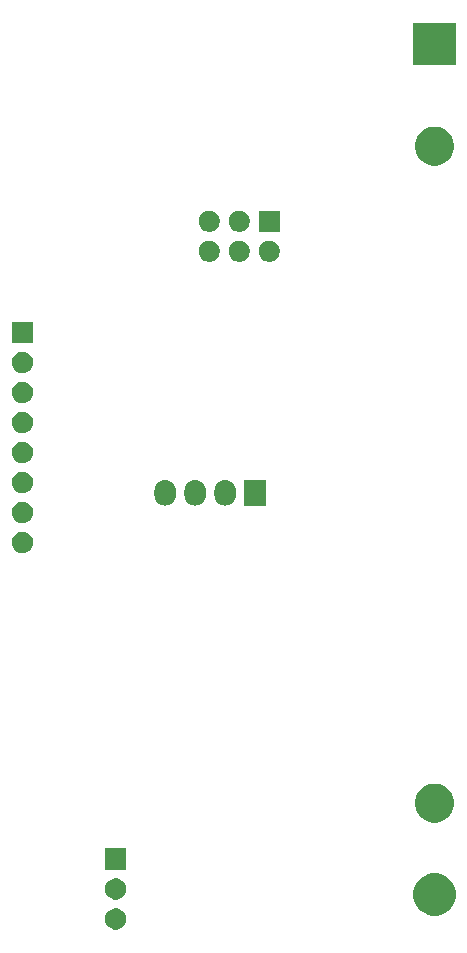
<source format=gbr>
G04 #@! TF.GenerationSoftware,KiCad,Pcbnew,5.1.5-1.fc30*
G04 #@! TF.CreationDate,2020-09-01T08:29:50+02:00*
G04 #@! TF.ProjectId,BeaconTemperature,42656163-6f6e-4546-956d-706572617475,rev?*
G04 #@! TF.SameCoordinates,Original*
G04 #@! TF.FileFunction,Soldermask,Bot*
G04 #@! TF.FilePolarity,Negative*
%FSLAX46Y46*%
G04 Gerber Fmt 4.6, Leading zero omitted, Abs format (unit mm)*
G04 Created by KiCad (PCBNEW 5.1.5-1.fc30) date 2020-09-01 08:29:50*
%MOMM*%
%LPD*%
G04 APERTURE LIST*
%ADD10C,0.100000*%
G04 APERTURE END LIST*
D10*
G36*
X127113512Y-92183927D02*
G01*
X127262812Y-92213624D01*
X127426784Y-92281544D01*
X127574354Y-92380147D01*
X127699853Y-92505646D01*
X127798456Y-92653216D01*
X127866376Y-92817188D01*
X127901000Y-92991259D01*
X127901000Y-93168741D01*
X127866376Y-93342812D01*
X127798456Y-93506784D01*
X127699853Y-93654354D01*
X127574354Y-93779853D01*
X127426784Y-93878456D01*
X127262812Y-93946376D01*
X127113512Y-93976073D01*
X127088742Y-93981000D01*
X126911258Y-93981000D01*
X126886488Y-93976073D01*
X126737188Y-93946376D01*
X126573216Y-93878456D01*
X126425646Y-93779853D01*
X126300147Y-93654354D01*
X126201544Y-93506784D01*
X126133624Y-93342812D01*
X126099000Y-93168741D01*
X126099000Y-92991259D01*
X126133624Y-92817188D01*
X126201544Y-92653216D01*
X126300147Y-92505646D01*
X126425646Y-92380147D01*
X126573216Y-92281544D01*
X126737188Y-92213624D01*
X126886488Y-92183927D01*
X126911258Y-92179000D01*
X127088742Y-92179000D01*
X127113512Y-92183927D01*
G37*
G36*
X154525331Y-89268211D02*
G01*
X154853092Y-89403974D01*
X155148070Y-89601072D01*
X155398928Y-89851930D01*
X155596026Y-90146908D01*
X155731789Y-90474669D01*
X155801000Y-90822616D01*
X155801000Y-91177384D01*
X155731789Y-91525331D01*
X155596026Y-91853092D01*
X155398928Y-92148070D01*
X155148070Y-92398928D01*
X154853092Y-92596026D01*
X154525331Y-92731789D01*
X154177384Y-92801000D01*
X153822616Y-92801000D01*
X153474669Y-92731789D01*
X153146908Y-92596026D01*
X152851930Y-92398928D01*
X152601072Y-92148070D01*
X152403974Y-91853092D01*
X152268211Y-91525331D01*
X152199000Y-91177384D01*
X152199000Y-90822616D01*
X152268211Y-90474669D01*
X152403974Y-90146908D01*
X152601072Y-89851930D01*
X152851930Y-89601072D01*
X153146908Y-89403974D01*
X153474669Y-89268211D01*
X153822616Y-89199000D01*
X154177384Y-89199000D01*
X154525331Y-89268211D01*
G37*
G36*
X127113512Y-89643927D02*
G01*
X127262812Y-89673624D01*
X127426784Y-89741544D01*
X127574354Y-89840147D01*
X127699853Y-89965646D01*
X127798456Y-90113216D01*
X127866376Y-90277188D01*
X127901000Y-90451259D01*
X127901000Y-90628741D01*
X127866376Y-90802812D01*
X127798456Y-90966784D01*
X127699853Y-91114354D01*
X127574354Y-91239853D01*
X127426784Y-91338456D01*
X127262812Y-91406376D01*
X127113512Y-91436073D01*
X127088742Y-91441000D01*
X126911258Y-91441000D01*
X126886488Y-91436073D01*
X126737188Y-91406376D01*
X126573216Y-91338456D01*
X126425646Y-91239853D01*
X126300147Y-91114354D01*
X126201544Y-90966784D01*
X126133624Y-90802812D01*
X126099000Y-90628741D01*
X126099000Y-90451259D01*
X126133624Y-90277188D01*
X126201544Y-90113216D01*
X126300147Y-89965646D01*
X126425646Y-89840147D01*
X126573216Y-89741544D01*
X126737188Y-89673624D01*
X126886488Y-89643927D01*
X126911258Y-89639000D01*
X127088742Y-89639000D01*
X127113512Y-89643927D01*
G37*
G36*
X127901000Y-88901000D02*
G01*
X126099000Y-88901000D01*
X126099000Y-87099000D01*
X127901000Y-87099000D01*
X127901000Y-88901000D01*
G37*
G36*
X154375256Y-81646298D02*
G01*
X154481579Y-81667447D01*
X154782042Y-81791903D01*
X155052451Y-81972585D01*
X155282415Y-82202549D01*
X155463097Y-82472958D01*
X155587553Y-82773421D01*
X155651000Y-83092391D01*
X155651000Y-83417609D01*
X155587553Y-83736579D01*
X155463097Y-84037042D01*
X155282415Y-84307451D01*
X155052451Y-84537415D01*
X154782042Y-84718097D01*
X154481579Y-84842553D01*
X154375256Y-84863702D01*
X154162611Y-84906000D01*
X153837389Y-84906000D01*
X153624744Y-84863702D01*
X153518421Y-84842553D01*
X153217958Y-84718097D01*
X152947549Y-84537415D01*
X152717585Y-84307451D01*
X152536903Y-84037042D01*
X152412447Y-83736579D01*
X152349000Y-83417609D01*
X152349000Y-83092391D01*
X152412447Y-82773421D01*
X152536903Y-82472958D01*
X152717585Y-82202549D01*
X152947549Y-81972585D01*
X153217958Y-81791903D01*
X153518421Y-81667447D01*
X153624744Y-81646298D01*
X153837389Y-81604000D01*
X154162611Y-81604000D01*
X154375256Y-81646298D01*
G37*
G36*
X119213512Y-60283927D02*
G01*
X119362812Y-60313624D01*
X119526784Y-60381544D01*
X119674354Y-60480147D01*
X119799853Y-60605646D01*
X119898456Y-60753216D01*
X119966376Y-60917188D01*
X120001000Y-61091259D01*
X120001000Y-61268741D01*
X119966376Y-61442812D01*
X119898456Y-61606784D01*
X119799853Y-61754354D01*
X119674354Y-61879853D01*
X119526784Y-61978456D01*
X119362812Y-62046376D01*
X119213512Y-62076073D01*
X119188742Y-62081000D01*
X119011258Y-62081000D01*
X118986488Y-62076073D01*
X118837188Y-62046376D01*
X118673216Y-61978456D01*
X118525646Y-61879853D01*
X118400147Y-61754354D01*
X118301544Y-61606784D01*
X118233624Y-61442812D01*
X118199000Y-61268741D01*
X118199000Y-61091259D01*
X118233624Y-60917188D01*
X118301544Y-60753216D01*
X118400147Y-60605646D01*
X118525646Y-60480147D01*
X118673216Y-60381544D01*
X118837188Y-60313624D01*
X118986488Y-60283927D01*
X119011258Y-60279000D01*
X119188742Y-60279000D01*
X119213512Y-60283927D01*
G37*
G36*
X119213512Y-57743927D02*
G01*
X119362812Y-57773624D01*
X119526784Y-57841544D01*
X119674354Y-57940147D01*
X119799853Y-58065646D01*
X119898456Y-58213216D01*
X119966376Y-58377188D01*
X120001000Y-58551259D01*
X120001000Y-58728741D01*
X119966376Y-58902812D01*
X119898456Y-59066784D01*
X119799853Y-59214354D01*
X119674354Y-59339853D01*
X119526784Y-59438456D01*
X119362812Y-59506376D01*
X119213512Y-59536073D01*
X119188742Y-59541000D01*
X119011258Y-59541000D01*
X118986488Y-59536073D01*
X118837188Y-59506376D01*
X118673216Y-59438456D01*
X118525646Y-59339853D01*
X118400147Y-59214354D01*
X118301544Y-59066784D01*
X118233624Y-58902812D01*
X118199000Y-58728741D01*
X118199000Y-58551259D01*
X118233624Y-58377188D01*
X118301544Y-58213216D01*
X118400147Y-58065646D01*
X118525646Y-57940147D01*
X118673216Y-57841544D01*
X118837188Y-57773624D01*
X118986488Y-57743927D01*
X119011258Y-57739000D01*
X119188742Y-57739000D01*
X119213512Y-57743927D01*
G37*
G36*
X136449294Y-55946233D02*
G01*
X136621695Y-55998531D01*
X136780583Y-56083458D01*
X136919849Y-56197751D01*
X137034142Y-56337017D01*
X137119069Y-56495906D01*
X137171367Y-56668307D01*
X137184600Y-56802670D01*
X137184600Y-57197331D01*
X137171367Y-57331694D01*
X137119069Y-57504095D01*
X137034142Y-57662983D01*
X136919849Y-57802249D01*
X136780583Y-57916542D01*
X136621694Y-58001469D01*
X136449293Y-58053767D01*
X136270000Y-58071425D01*
X136090706Y-58053767D01*
X135918305Y-58001469D01*
X135759417Y-57916542D01*
X135620151Y-57802249D01*
X135505858Y-57662983D01*
X135420931Y-57504094D01*
X135368633Y-57331693D01*
X135355400Y-57197330D01*
X135355400Y-56802669D01*
X135368633Y-56668306D01*
X135420931Y-56495905D01*
X135505858Y-56337018D01*
X135620152Y-56197751D01*
X135759418Y-56083458D01*
X135918306Y-55998531D01*
X136090707Y-55946233D01*
X136270000Y-55928575D01*
X136449294Y-55946233D01*
G37*
G36*
X133909294Y-55946233D02*
G01*
X134081695Y-55998531D01*
X134240583Y-56083458D01*
X134379849Y-56197751D01*
X134494142Y-56337017D01*
X134579069Y-56495906D01*
X134631367Y-56668307D01*
X134644600Y-56802670D01*
X134644600Y-57197331D01*
X134631367Y-57331694D01*
X134579069Y-57504095D01*
X134494142Y-57662983D01*
X134379849Y-57802249D01*
X134240583Y-57916542D01*
X134081694Y-58001469D01*
X133909293Y-58053767D01*
X133730000Y-58071425D01*
X133550706Y-58053767D01*
X133378305Y-58001469D01*
X133219417Y-57916542D01*
X133080151Y-57802249D01*
X132965858Y-57662983D01*
X132880931Y-57504094D01*
X132828633Y-57331693D01*
X132815400Y-57197330D01*
X132815400Y-56802669D01*
X132828633Y-56668306D01*
X132880931Y-56495905D01*
X132965858Y-56337018D01*
X133080152Y-56197751D01*
X133219418Y-56083458D01*
X133378306Y-55998531D01*
X133550707Y-55946233D01*
X133730000Y-55928575D01*
X133909294Y-55946233D01*
G37*
G36*
X131369294Y-55946233D02*
G01*
X131541695Y-55998531D01*
X131700583Y-56083458D01*
X131839849Y-56197751D01*
X131954142Y-56337017D01*
X132039069Y-56495906D01*
X132091367Y-56668307D01*
X132104600Y-56802670D01*
X132104600Y-57197331D01*
X132091367Y-57331694D01*
X132039069Y-57504095D01*
X131954142Y-57662983D01*
X131839849Y-57802249D01*
X131700583Y-57916542D01*
X131541694Y-58001469D01*
X131369293Y-58053767D01*
X131190000Y-58071425D01*
X131010706Y-58053767D01*
X130838305Y-58001469D01*
X130679417Y-57916542D01*
X130540151Y-57802249D01*
X130425858Y-57662983D01*
X130340931Y-57504094D01*
X130288633Y-57331693D01*
X130275400Y-57197330D01*
X130275400Y-56802669D01*
X130288633Y-56668306D01*
X130340931Y-56495905D01*
X130425858Y-56337018D01*
X130540152Y-56197751D01*
X130679418Y-56083458D01*
X130838306Y-55998531D01*
X131010707Y-55946233D01*
X131190000Y-55928575D01*
X131369294Y-55946233D01*
G37*
G36*
X139724600Y-58067000D02*
G01*
X137895400Y-58067000D01*
X137895400Y-55933000D01*
X139724600Y-55933000D01*
X139724600Y-58067000D01*
G37*
G36*
X119213512Y-55203927D02*
G01*
X119362812Y-55233624D01*
X119526784Y-55301544D01*
X119674354Y-55400147D01*
X119799853Y-55525646D01*
X119898456Y-55673216D01*
X119966376Y-55837188D01*
X120001000Y-56011259D01*
X120001000Y-56188741D01*
X119966376Y-56362812D01*
X119898456Y-56526784D01*
X119799853Y-56674354D01*
X119674354Y-56799853D01*
X119526784Y-56898456D01*
X119362812Y-56966376D01*
X119213512Y-56996073D01*
X119188742Y-57001000D01*
X119011258Y-57001000D01*
X118986488Y-56996073D01*
X118837188Y-56966376D01*
X118673216Y-56898456D01*
X118525646Y-56799853D01*
X118400147Y-56674354D01*
X118301544Y-56526784D01*
X118233624Y-56362812D01*
X118199000Y-56188741D01*
X118199000Y-56011259D01*
X118233624Y-55837188D01*
X118301544Y-55673216D01*
X118400147Y-55525646D01*
X118525646Y-55400147D01*
X118673216Y-55301544D01*
X118837188Y-55233624D01*
X118986488Y-55203927D01*
X119011258Y-55199000D01*
X119188742Y-55199000D01*
X119213512Y-55203927D01*
G37*
G36*
X119213512Y-52663927D02*
G01*
X119362812Y-52693624D01*
X119526784Y-52761544D01*
X119674354Y-52860147D01*
X119799853Y-52985646D01*
X119898456Y-53133216D01*
X119966376Y-53297188D01*
X120001000Y-53471259D01*
X120001000Y-53648741D01*
X119966376Y-53822812D01*
X119898456Y-53986784D01*
X119799853Y-54134354D01*
X119674354Y-54259853D01*
X119526784Y-54358456D01*
X119362812Y-54426376D01*
X119213512Y-54456073D01*
X119188742Y-54461000D01*
X119011258Y-54461000D01*
X118986488Y-54456073D01*
X118837188Y-54426376D01*
X118673216Y-54358456D01*
X118525646Y-54259853D01*
X118400147Y-54134354D01*
X118301544Y-53986784D01*
X118233624Y-53822812D01*
X118199000Y-53648741D01*
X118199000Y-53471259D01*
X118233624Y-53297188D01*
X118301544Y-53133216D01*
X118400147Y-52985646D01*
X118525646Y-52860147D01*
X118673216Y-52761544D01*
X118837188Y-52693624D01*
X118986488Y-52663927D01*
X119011258Y-52659000D01*
X119188742Y-52659000D01*
X119213512Y-52663927D01*
G37*
G36*
X119213512Y-50123927D02*
G01*
X119362812Y-50153624D01*
X119526784Y-50221544D01*
X119674354Y-50320147D01*
X119799853Y-50445646D01*
X119898456Y-50593216D01*
X119966376Y-50757188D01*
X120001000Y-50931259D01*
X120001000Y-51108741D01*
X119966376Y-51282812D01*
X119898456Y-51446784D01*
X119799853Y-51594354D01*
X119674354Y-51719853D01*
X119526784Y-51818456D01*
X119362812Y-51886376D01*
X119213512Y-51916073D01*
X119188742Y-51921000D01*
X119011258Y-51921000D01*
X118986488Y-51916073D01*
X118837188Y-51886376D01*
X118673216Y-51818456D01*
X118525646Y-51719853D01*
X118400147Y-51594354D01*
X118301544Y-51446784D01*
X118233624Y-51282812D01*
X118199000Y-51108741D01*
X118199000Y-50931259D01*
X118233624Y-50757188D01*
X118301544Y-50593216D01*
X118400147Y-50445646D01*
X118525646Y-50320147D01*
X118673216Y-50221544D01*
X118837188Y-50153624D01*
X118986488Y-50123927D01*
X119011258Y-50119000D01*
X119188742Y-50119000D01*
X119213512Y-50123927D01*
G37*
G36*
X119213512Y-47583927D02*
G01*
X119362812Y-47613624D01*
X119526784Y-47681544D01*
X119674354Y-47780147D01*
X119799853Y-47905646D01*
X119898456Y-48053216D01*
X119966376Y-48217188D01*
X120001000Y-48391259D01*
X120001000Y-48568741D01*
X119966376Y-48742812D01*
X119898456Y-48906784D01*
X119799853Y-49054354D01*
X119674354Y-49179853D01*
X119526784Y-49278456D01*
X119362812Y-49346376D01*
X119213512Y-49376073D01*
X119188742Y-49381000D01*
X119011258Y-49381000D01*
X118986488Y-49376073D01*
X118837188Y-49346376D01*
X118673216Y-49278456D01*
X118525646Y-49179853D01*
X118400147Y-49054354D01*
X118301544Y-48906784D01*
X118233624Y-48742812D01*
X118199000Y-48568741D01*
X118199000Y-48391259D01*
X118233624Y-48217188D01*
X118301544Y-48053216D01*
X118400147Y-47905646D01*
X118525646Y-47780147D01*
X118673216Y-47681544D01*
X118837188Y-47613624D01*
X118986488Y-47583927D01*
X119011258Y-47579000D01*
X119188742Y-47579000D01*
X119213512Y-47583927D01*
G37*
G36*
X119213512Y-45043927D02*
G01*
X119362812Y-45073624D01*
X119526784Y-45141544D01*
X119674354Y-45240147D01*
X119799853Y-45365646D01*
X119898456Y-45513216D01*
X119966376Y-45677188D01*
X120001000Y-45851259D01*
X120001000Y-46028741D01*
X119966376Y-46202812D01*
X119898456Y-46366784D01*
X119799853Y-46514354D01*
X119674354Y-46639853D01*
X119526784Y-46738456D01*
X119362812Y-46806376D01*
X119213512Y-46836073D01*
X119188742Y-46841000D01*
X119011258Y-46841000D01*
X118986488Y-46836073D01*
X118837188Y-46806376D01*
X118673216Y-46738456D01*
X118525646Y-46639853D01*
X118400147Y-46514354D01*
X118301544Y-46366784D01*
X118233624Y-46202812D01*
X118199000Y-46028741D01*
X118199000Y-45851259D01*
X118233624Y-45677188D01*
X118301544Y-45513216D01*
X118400147Y-45365646D01*
X118525646Y-45240147D01*
X118673216Y-45141544D01*
X118837188Y-45073624D01*
X118986488Y-45043927D01*
X119011258Y-45039000D01*
X119188742Y-45039000D01*
X119213512Y-45043927D01*
G37*
G36*
X120001000Y-44301000D02*
G01*
X118199000Y-44301000D01*
X118199000Y-42499000D01*
X120001000Y-42499000D01*
X120001000Y-44301000D01*
G37*
G36*
X140113512Y-35643927D02*
G01*
X140262812Y-35673624D01*
X140426784Y-35741544D01*
X140574354Y-35840147D01*
X140699853Y-35965646D01*
X140798456Y-36113216D01*
X140866376Y-36277188D01*
X140901000Y-36451259D01*
X140901000Y-36628741D01*
X140866376Y-36802812D01*
X140798456Y-36966784D01*
X140699853Y-37114354D01*
X140574354Y-37239853D01*
X140426784Y-37338456D01*
X140262812Y-37406376D01*
X140113512Y-37436073D01*
X140088742Y-37441000D01*
X139911258Y-37441000D01*
X139886488Y-37436073D01*
X139737188Y-37406376D01*
X139573216Y-37338456D01*
X139425646Y-37239853D01*
X139300147Y-37114354D01*
X139201544Y-36966784D01*
X139133624Y-36802812D01*
X139099000Y-36628741D01*
X139099000Y-36451259D01*
X139133624Y-36277188D01*
X139201544Y-36113216D01*
X139300147Y-35965646D01*
X139425646Y-35840147D01*
X139573216Y-35741544D01*
X139737188Y-35673624D01*
X139886488Y-35643927D01*
X139911258Y-35639000D01*
X140088742Y-35639000D01*
X140113512Y-35643927D01*
G37*
G36*
X137573512Y-35643927D02*
G01*
X137722812Y-35673624D01*
X137886784Y-35741544D01*
X138034354Y-35840147D01*
X138159853Y-35965646D01*
X138258456Y-36113216D01*
X138326376Y-36277188D01*
X138361000Y-36451259D01*
X138361000Y-36628741D01*
X138326376Y-36802812D01*
X138258456Y-36966784D01*
X138159853Y-37114354D01*
X138034354Y-37239853D01*
X137886784Y-37338456D01*
X137722812Y-37406376D01*
X137573512Y-37436073D01*
X137548742Y-37441000D01*
X137371258Y-37441000D01*
X137346488Y-37436073D01*
X137197188Y-37406376D01*
X137033216Y-37338456D01*
X136885646Y-37239853D01*
X136760147Y-37114354D01*
X136661544Y-36966784D01*
X136593624Y-36802812D01*
X136559000Y-36628741D01*
X136559000Y-36451259D01*
X136593624Y-36277188D01*
X136661544Y-36113216D01*
X136760147Y-35965646D01*
X136885646Y-35840147D01*
X137033216Y-35741544D01*
X137197188Y-35673624D01*
X137346488Y-35643927D01*
X137371258Y-35639000D01*
X137548742Y-35639000D01*
X137573512Y-35643927D01*
G37*
G36*
X135033512Y-35643927D02*
G01*
X135182812Y-35673624D01*
X135346784Y-35741544D01*
X135494354Y-35840147D01*
X135619853Y-35965646D01*
X135718456Y-36113216D01*
X135786376Y-36277188D01*
X135821000Y-36451259D01*
X135821000Y-36628741D01*
X135786376Y-36802812D01*
X135718456Y-36966784D01*
X135619853Y-37114354D01*
X135494354Y-37239853D01*
X135346784Y-37338456D01*
X135182812Y-37406376D01*
X135033512Y-37436073D01*
X135008742Y-37441000D01*
X134831258Y-37441000D01*
X134806488Y-37436073D01*
X134657188Y-37406376D01*
X134493216Y-37338456D01*
X134345646Y-37239853D01*
X134220147Y-37114354D01*
X134121544Y-36966784D01*
X134053624Y-36802812D01*
X134019000Y-36628741D01*
X134019000Y-36451259D01*
X134053624Y-36277188D01*
X134121544Y-36113216D01*
X134220147Y-35965646D01*
X134345646Y-35840147D01*
X134493216Y-35741544D01*
X134657188Y-35673624D01*
X134806488Y-35643927D01*
X134831258Y-35639000D01*
X135008742Y-35639000D01*
X135033512Y-35643927D01*
G37*
G36*
X140901000Y-34901000D02*
G01*
X139099000Y-34901000D01*
X139099000Y-33099000D01*
X140901000Y-33099000D01*
X140901000Y-34901000D01*
G37*
G36*
X137573512Y-33103927D02*
G01*
X137722812Y-33133624D01*
X137886784Y-33201544D01*
X138034354Y-33300147D01*
X138159853Y-33425646D01*
X138258456Y-33573216D01*
X138326376Y-33737188D01*
X138361000Y-33911259D01*
X138361000Y-34088741D01*
X138326376Y-34262812D01*
X138258456Y-34426784D01*
X138159853Y-34574354D01*
X138034354Y-34699853D01*
X137886784Y-34798456D01*
X137722812Y-34866376D01*
X137573512Y-34896073D01*
X137548742Y-34901000D01*
X137371258Y-34901000D01*
X137346488Y-34896073D01*
X137197188Y-34866376D01*
X137033216Y-34798456D01*
X136885646Y-34699853D01*
X136760147Y-34574354D01*
X136661544Y-34426784D01*
X136593624Y-34262812D01*
X136559000Y-34088741D01*
X136559000Y-33911259D01*
X136593624Y-33737188D01*
X136661544Y-33573216D01*
X136760147Y-33425646D01*
X136885646Y-33300147D01*
X137033216Y-33201544D01*
X137197188Y-33133624D01*
X137346488Y-33103927D01*
X137371258Y-33099000D01*
X137548742Y-33099000D01*
X137573512Y-33103927D01*
G37*
G36*
X135033512Y-33103927D02*
G01*
X135182812Y-33133624D01*
X135346784Y-33201544D01*
X135494354Y-33300147D01*
X135619853Y-33425646D01*
X135718456Y-33573216D01*
X135786376Y-33737188D01*
X135821000Y-33911259D01*
X135821000Y-34088741D01*
X135786376Y-34262812D01*
X135718456Y-34426784D01*
X135619853Y-34574354D01*
X135494354Y-34699853D01*
X135346784Y-34798456D01*
X135182812Y-34866376D01*
X135033512Y-34896073D01*
X135008742Y-34901000D01*
X134831258Y-34901000D01*
X134806488Y-34896073D01*
X134657188Y-34866376D01*
X134493216Y-34798456D01*
X134345646Y-34699853D01*
X134220147Y-34574354D01*
X134121544Y-34426784D01*
X134053624Y-34262812D01*
X134019000Y-34088741D01*
X134019000Y-33911259D01*
X134053624Y-33737188D01*
X134121544Y-33573216D01*
X134220147Y-33425646D01*
X134345646Y-33300147D01*
X134493216Y-33201544D01*
X134657188Y-33133624D01*
X134806488Y-33103927D01*
X134831258Y-33099000D01*
X135008742Y-33099000D01*
X135033512Y-33103927D01*
G37*
G36*
X154375256Y-26036298D02*
G01*
X154481579Y-26057447D01*
X154782042Y-26181903D01*
X155052451Y-26362585D01*
X155282415Y-26592549D01*
X155463097Y-26862958D01*
X155587553Y-27163421D01*
X155651000Y-27482391D01*
X155651000Y-27807609D01*
X155587553Y-28126579D01*
X155463097Y-28427042D01*
X155282415Y-28697451D01*
X155052451Y-28927415D01*
X154782042Y-29108097D01*
X154481579Y-29232553D01*
X154375256Y-29253702D01*
X154162611Y-29296000D01*
X153837389Y-29296000D01*
X153624744Y-29253702D01*
X153518421Y-29232553D01*
X153217958Y-29108097D01*
X152947549Y-28927415D01*
X152717585Y-28697451D01*
X152536903Y-28427042D01*
X152412447Y-28126579D01*
X152349000Y-27807609D01*
X152349000Y-27482391D01*
X152412447Y-27163421D01*
X152536903Y-26862958D01*
X152717585Y-26592549D01*
X152947549Y-26362585D01*
X153217958Y-26181903D01*
X153518421Y-26057447D01*
X153624744Y-26036298D01*
X153837389Y-25994000D01*
X154162611Y-25994000D01*
X154375256Y-26036298D01*
G37*
G36*
X155801000Y-20801000D02*
G01*
X152199000Y-20801000D01*
X152199000Y-17199000D01*
X155801000Y-17199000D01*
X155801000Y-20801000D01*
G37*
M02*

</source>
